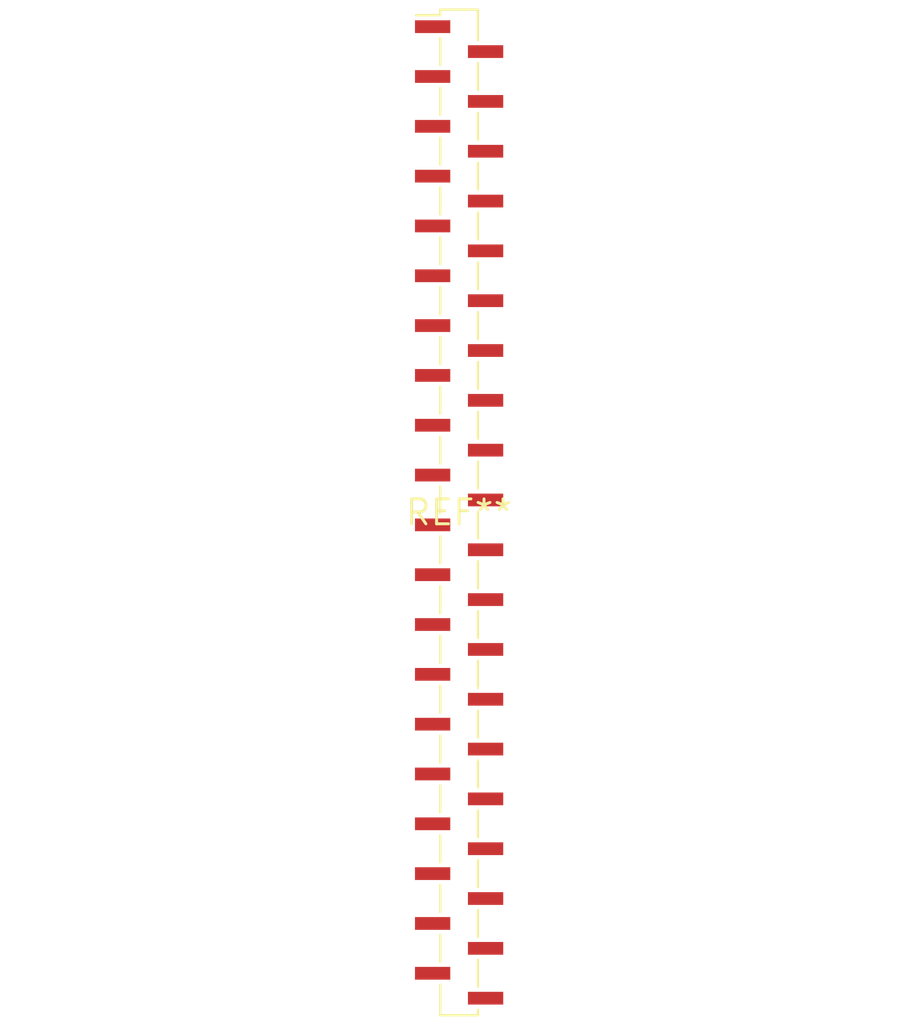
<source format=kicad_pcb>
(kicad_pcb (version 20240108) (generator pcbnew)
  (layers (0 "F.Cu" signal) (31 "B.Cu" signal) (34 "B.Paste" user) (35 "F.Paste" user) (36 "B.SilkS" user "B.Silkscreen") (37 "F.SilkS" user "F.Silkscreen") (38 "B.Mask" user) (39 "F.Mask" user) (44 "Edge.Cuts" user))
  (net 0 "")
  (footprint "PinSocket_1x40_P1.27mm_Vertical_SMD_Pin1Left" (layer "F.Cu") (at 0 0)
    (property "Reference" "REF**")
    (property "Value" "PinSocket_1x40_P1.27mm_Vertical_SMD_Pin1Left")
    (fp_line (start -2.19 -25.35) (end -0.96 -25.35) (layer "F.SilkS") (stroke (width 0.12)))
    (fp_line (start -0.96 -25.635) (end -0.96 -25.35) (layer "F.SilkS") (stroke (width 0.12)))
    (fp_line (start -0.96 -25.635) (end 0.96 -25.635) (layer "F.SilkS") (stroke (width 0.12)))
    (fp_line (start -0.96 -24.18) (end -0.96 -22.81) (layer "F.SilkS") (stroke (width 0.12)))
    (fp_line (start -0.96 -21.64) (end -0.96 -20.27) (layer "F.SilkS") (stroke (width 0.12)))
    (fp_line (start -0.96 -19.1) (end -0.96 -17.73) (layer "F.SilkS") (stroke (width 0.12)))
    (fp_line (start -0.96 -16.56) (end -0.96 -15.19) (layer "F.SilkS") (stroke (width 0.12)))
    (fp_line (start -0.96 -14.02) (end -0.96 -12.65) (layer "F.SilkS") (stroke (width 0.12)))
    (fp_line (start -0.96 -11.48) (end -0.96 -10.11) (layer "F.SilkS") (stroke (width 0.12)))
    (fp_line (start -0.96 -8.94) (end -0.96 -7.57) (layer "F.SilkS") (stroke (width 0.12)))
    (fp_line (start -0.96 -6.4) (end -0.96 -5.03) (layer "F.SilkS") (stroke (width 0.12)))
    (fp_line (start -0.96 -3.86) (end -0.96 -2.49) (layer "F.SilkS") (stroke (width 0.12)))
    (fp_line (start -0.96 -1.32) (end -0.96 0.05) (layer "F.SilkS") (stroke (width 0.12)))
    (fp_line (start -0.96 1.22) (end -0.96 2.59) (layer "F.SilkS") (stroke (width 0.12)))
    (fp_line (start -0.96 3.76) (end -0.96 5.13) (layer "F.SilkS") (stroke (width 0.12)))
    (fp_line (start -0.96 6.3) (end -0.96 7.67) (layer "F.SilkS") (stroke (width 0.12)))
    (fp_line (start -0.96 8.84) (end -0.96 10.21) (layer "F.SilkS") (stroke (width 0.12)))
    (fp_line (start -0.96 11.38) (end -0.96 12.75) (layer "F.SilkS") (stroke (width 0.12)))
    (fp_line (start -0.96 13.92) (end -0.96 15.29) (layer "F.SilkS") (stroke (width 0.12)))
    (fp_line (start -0.96 16.46) (end -0.96 17.83) (layer "F.SilkS") (stroke (width 0.12)))
    (fp_line (start -0.96 19) (end -0.96 20.37) (layer "F.SilkS") (stroke (width 0.12)))
    (fp_line (start -0.96 21.54) (end -0.96 22.91) (layer "F.SilkS") (stroke (width 0.12)))
    (fp_line (start -0.96 24.08) (end -0.96 25.635) (layer "F.SilkS") (stroke (width 0.12)))
    (fp_line (start -0.96 25.635) (end 0.96 25.635) (layer "F.SilkS") (stroke (width 0.12)))
    (fp_line (start 0.96 -25.635) (end 0.96 -24.08) (layer "F.SilkS") (stroke (width 0.12)))
    (fp_line (start 0.96 -22.91) (end 0.96 -21.54) (layer "F.SilkS") (stroke (width 0.12)))
    (fp_line (start 0.96 -20.37) (end 0.96 -19) (layer "F.SilkS") (stroke (width 0.12)))
    (fp_line (start 0.96 -17.83) (end 0.96 -16.46) (layer "F.SilkS") (stroke (width 0.12)))
    (fp_line (start 0.96 -15.29) (end 0.96 -13.92) (layer "F.SilkS") (stroke (width 0.12)))
    (fp_line (start 0.96 -12.75) (end 0.96 -11.38) (layer "F.SilkS") (stroke (width 0.12)))
    (fp_line (start 0.96 -10.21) (end 0.96 -8.84) (layer "F.SilkS") (stroke (width 0.12)))
    (fp_line (start 0.96 -7.67) (end 0.96 -6.3) (layer "F.SilkS") (stroke (width 0.12)))
    (fp_line (start 0.96 -5.13) (end 0.96 -3.76) (layer "F.SilkS") (stroke (width 0.12)))
    (fp_line (start 0.96 -2.59) (end 0.96 -1.22) (layer "F.SilkS") (stroke (width 0.12)))
    (fp_line (start 0.96 -0.05) (end 0.96 1.32) (layer "F.SilkS") (stroke (width 0.12)))
    (fp_line (start 0.96 2.49) (end 0.96 3.86) (layer "F.SilkS") (stroke (width 0.12)))
    (fp_line (start 0.96 5.03) (end 0.96 6.4) (layer "F.SilkS") (stroke (width 0.12)))
    (fp_line (start 0.96 7.57) (end 0.96 8.94) (layer "F.SilkS") (stroke (width 0.12)))
    (fp_line (start 0.96 10.11) (end 0.96 11.48) (layer "F.SilkS") (stroke (width 0.12)))
    (fp_line (start 0.96 12.65) (end 0.96 14.02) (layer "F.SilkS") (stroke (width 0.12)))
    (fp_line (start 0.96 15.19) (end 0.96 16.56) (layer "F.SilkS") (stroke (width 0.12)))
    (fp_line (start 0.96 17.73) (end 0.96 19.1) (layer "F.SilkS") (stroke (width 0.12)))
    (fp_line (start 0.96 20.27) (end 0.96 21.64) (layer "F.SilkS") (stroke (width 0.12)))
    (fp_line (start 0.96 22.81) (end 0.96 24.18) (layer "F.SilkS") (stroke (width 0.12)))
    (fp_line (start 0.96 25.35) (end 0.96 25.635) (layer "F.SilkS") (stroke (width 0.12)))
    (pad "1" smd rect (at -1.35 -24.765) (size 1.8 0.65) (layers "F.Cu" "F.Paste" "F.Mask"))
    (pad "2" smd rect (at 1.35 -23.495) (size 1.8 0.65) (layers "F.Cu" "F.Paste" "F.Mask"))
    (pad "3" smd rect (at -1.35 -22.225) (size 1.8 0.65) (layers "F.Cu" "F.Paste" "F.Mask"))
    (pad "4" smd rect (at 1.35 -20.955) (size 1.8 0.65) (layers "F.Cu" "F.Paste" "F.Mask"))
    (pad "5" smd rect (at -1.35 -19.685) (size 1.8 0.65) (layers "F.Cu" "F.Paste" "F.Mask"))
    (pad "6" smd rect (at 1.35 -18.415) (size 1.8 0.65) (layers "F.Cu" "F.Paste" "F.Mask"))
    (pad "7" smd rect (at -1.35 -17.145) (size 1.8 0.65) (layers "F.Cu" "F.Paste" "F.Mask"))
    (pad "8" smd rect (at 1.35 -15.875) (size 1.8 0.65) (layers "F.Cu" "F.Paste" "F.Mask"))
    (pad "9" smd rect (at -1.35 -14.605) (size 1.8 0.65) (layers "F.Cu" "F.Paste" "F.Mask"))
    (pad "10" smd rect (at 1.35 -13.335) (size 1.8 0.65) (layers "F.Cu" "F.Paste" "F.Mask"))
    (pad "11" smd rect (at -1.35 -12.065) (size 1.8 0.65) (layers "F.Cu" "F.Paste" "F.Mask"))
    (pad "12" smd rect (at 1.35 -10.795) (size 1.8 0.65) (layers "F.Cu" "F.Paste" "F.Mask"))
    (pad "13" smd rect (at -1.35 -9.525) (size 1.8 0.65) (layers "F.Cu" "F.Paste" "F.Mask"))
    (pad "14" smd rect (at 1.35 -8.255) (size 1.8 0.65) (layers "F.Cu" "F.Paste" "F.Mask"))
    (pad "15" smd rect (at -1.35 -6.985) (size 1.8 0.65) (layers "F.Cu" "F.Paste" "F.Mask"))
    (pad "16" smd rect (at 1.35 -5.715) (size 1.8 0.65) (layers "F.Cu" "F.Paste" "F.Mask"))
    (pad "17" smd rect (at -1.35 -4.445) (size 1.8 0.65) (layers "F.Cu" "F.Paste" "F.Mask"))
    (pad "18" smd rect (at 1.35 -3.175) (size 1.8 0.65) (layers "F.Cu" "F.Paste" "F.Mask"))
    (pad "19" smd rect (at -1.35 -1.905) (size 1.8 0.65) (layers "F.Cu" "F.Paste" "F.Mask"))
    (pad "20" smd rect (at 1.35 -0.635) (size 1.8 0.65) (layers "F.Cu" "F.Paste" "F.Mask"))
    (pad "21" smd rect (at -1.35 0.635) (size 1.8 0.65) (layers "F.Cu" "F.Paste" "F.Mask"))
    (pad "22" smd rect (at 1.35 1.905) (size 1.8 0.65) (layers "F.Cu" "F.Paste" "F.Mask"))
    (pad "23" smd rect (at -1.35 3.175) (size 1.8 0.65) (layers "F.Cu" "F.Paste" "F.Mask"))
    (pad "24" smd rect (at 1.35 4.445) (size 1.8 0.65) (layers "F.Cu" "F.Paste" "F.Mask"))
    (pad "25" smd rect (at -1.35 5.715) (size 1.8 0.65) (layers "F.Cu" "F.Paste" "F.Mask"))
    (pad "26" smd rect (at 1.35 6.985) (size 1.8 0.65) (layers "F.Cu" "F.Paste" "F.Mask"))
    (pad "27" smd rect (at -1.35 8.255) (size 1.8 0.65) (layers "F.Cu" "F.Paste" "F.Mask"))
    (pad "28" smd rect (at 1.35 9.525) (size 1.8 0.65) (layers "F.Cu" "F.Paste" "F.Mask"))
    (pad "29" smd rect (at -1.35 10.795) (size 1.8 0.65) (layers "F.Cu" "F.Paste" "F.Mask"))
    (pad "30" smd rect (at 1.35 12.065) (size 1.8 0.65) (layers "F.Cu" "F.Paste" "F.Mask"))
    (pad "31" smd rect (at -1.35 13.335) (size 1.8 0.65) (layers "F.Cu" "F.Paste" "F.Mask"))
    (pad "32" smd rect (at 1.35 14.605) (size 1.8 0.65) (layers "F.Cu" "F.Paste" "F.Mask"))
    (pad "33" smd rect (at -1.35 15.875) (size 1.8 0.65) (layers "F.Cu" "F.Paste" "F.Mask"))
    (pad "34" smd rect (at 1.35 17.145) (size 1.8 0.65) (layers "F.Cu" "F.Paste" "F.Mask"))
    (pad "35" smd rect (at -1.35 18.415) (size 1.8 0.65) (layers "F.Cu" "F.Paste" "F.Mask"))
    (pad "36" smd rect (at 1.35 19.685) (size 1.8 0.65) (layers "F.Cu" "F.Paste" "F.Mask"))
    (pad "37" smd rect (at -1.35 20.955) (size 1.8 0.65) (layers "F.Cu" "F.Paste" "F.Mask"))
    (pad "38" smd rect (at 1.35 22.225) (size 1.8 0.65) (layers "F.Cu" "F.Paste" "F.Mask"))
    (pad "39" smd rect (at -1.35 23.495) (size 1.8 0.65) (layers "F.Cu" "F.Paste" "F.Mask"))
    (pad "40" smd rect (at 1.35 24.765) (size 1.8 0.65) (layers "F.Cu" "F.Paste" "F.Mask"))
  )
)
</source>
